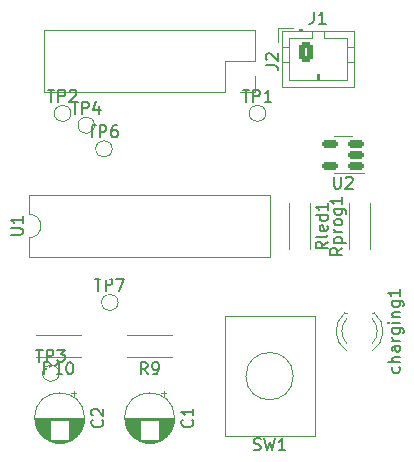
<source format=gbr>
%TF.GenerationSoftware,KiCad,Pcbnew,8.0.1*%
%TF.CreationDate,2024-03-30T16:35:56+02:00*%
%TF.ProjectId,Design PCB assignment,44657369-676e-4205-9043-422061737369,rev?*%
%TF.SameCoordinates,Original*%
%TF.FileFunction,Legend,Top*%
%TF.FilePolarity,Positive*%
%FSLAX46Y46*%
G04 Gerber Fmt 4.6, Leading zero omitted, Abs format (unit mm)*
G04 Created by KiCad (PCBNEW 8.0.1) date 2024-03-30 16:35:56*
%MOMM*%
%LPD*%
G01*
G04 APERTURE LIST*
G04 Aperture macros list*
%AMRoundRect*
0 Rectangle with rounded corners*
0 $1 Rounding radius*
0 $2 $3 $4 $5 $6 $7 $8 $9 X,Y pos of 4 corners*
0 Add a 4 corners polygon primitive as box body*
4,1,4,$2,$3,$4,$5,$6,$7,$8,$9,$2,$3,0*
0 Add four circle primitives for the rounded corners*
1,1,$1+$1,$2,$3*
1,1,$1+$1,$4,$5*
1,1,$1+$1,$6,$7*
1,1,$1+$1,$8,$9*
0 Add four rect primitives between the rounded corners*
20,1,$1+$1,$2,$3,$4,$5,0*
20,1,$1+$1,$4,$5,$6,$7,0*
20,1,$1+$1,$6,$7,$8,$9,0*
20,1,$1+$1,$8,$9,$2,$3,0*%
G04 Aperture macros list end*
%ADD10C,0.150000*%
%ADD11C,0.120000*%
%ADD12C,1.778000*%
%ADD13C,1.000000*%
%ADD14RoundRect,0.250000X-0.350000X-0.625000X0.350000X-0.625000X0.350000X0.625000X-0.350000X0.625000X0*%
%ADD15O,1.200000X1.750000*%
%ADD16C,1.400000*%
%ADD17O,1.400000X1.400000*%
%ADD18R,1.600000X1.600000*%
%ADD19O,1.600000X1.600000*%
%ADD20R,1.200000X1.200000*%
%ADD21C,1.200000*%
%ADD22R,1.700000X1.700000*%
%ADD23O,1.700000X1.700000*%
%ADD24RoundRect,0.150000X0.512500X0.150000X-0.512500X0.150000X-0.512500X-0.150000X0.512500X-0.150000X0*%
%ADD25R,1.800000X1.800000*%
%ADD26C,1.800000*%
G04 APERTURE END LIST*
D10*
X95186667Y-84957200D02*
X95329524Y-85004819D01*
X95329524Y-85004819D02*
X95567619Y-85004819D01*
X95567619Y-85004819D02*
X95662857Y-84957200D01*
X95662857Y-84957200D02*
X95710476Y-84909580D01*
X95710476Y-84909580D02*
X95758095Y-84814342D01*
X95758095Y-84814342D02*
X95758095Y-84719104D01*
X95758095Y-84719104D02*
X95710476Y-84623866D01*
X95710476Y-84623866D02*
X95662857Y-84576247D01*
X95662857Y-84576247D02*
X95567619Y-84528628D01*
X95567619Y-84528628D02*
X95377143Y-84481009D01*
X95377143Y-84481009D02*
X95281905Y-84433390D01*
X95281905Y-84433390D02*
X95234286Y-84385771D01*
X95234286Y-84385771D02*
X95186667Y-84290533D01*
X95186667Y-84290533D02*
X95186667Y-84195295D01*
X95186667Y-84195295D02*
X95234286Y-84100057D01*
X95234286Y-84100057D02*
X95281905Y-84052438D01*
X95281905Y-84052438D02*
X95377143Y-84004819D01*
X95377143Y-84004819D02*
X95615238Y-84004819D01*
X95615238Y-84004819D02*
X95758095Y-84052438D01*
X96091429Y-84004819D02*
X96329524Y-85004819D01*
X96329524Y-85004819D02*
X96520000Y-84290533D01*
X96520000Y-84290533D02*
X96710476Y-85004819D01*
X96710476Y-85004819D02*
X96948572Y-84004819D01*
X97853333Y-85004819D02*
X97281905Y-85004819D01*
X97567619Y-85004819D02*
X97567619Y-84004819D01*
X97567619Y-84004819D02*
X97472381Y-84147676D01*
X97472381Y-84147676D02*
X97377143Y-84242914D01*
X97377143Y-84242914D02*
X97281905Y-84290533D01*
X81238095Y-57506819D02*
X81809523Y-57506819D01*
X81523809Y-58506819D02*
X81523809Y-57506819D01*
X82142857Y-58506819D02*
X82142857Y-57506819D01*
X82142857Y-57506819D02*
X82523809Y-57506819D01*
X82523809Y-57506819D02*
X82619047Y-57554438D01*
X82619047Y-57554438D02*
X82666666Y-57602057D01*
X82666666Y-57602057D02*
X82714285Y-57697295D01*
X82714285Y-57697295D02*
X82714285Y-57840152D01*
X82714285Y-57840152D02*
X82666666Y-57935390D01*
X82666666Y-57935390D02*
X82619047Y-57983009D01*
X82619047Y-57983009D02*
X82523809Y-58030628D01*
X82523809Y-58030628D02*
X82142857Y-58030628D01*
X83571428Y-57506819D02*
X83380952Y-57506819D01*
X83380952Y-57506819D02*
X83285714Y-57554438D01*
X83285714Y-57554438D02*
X83238095Y-57602057D01*
X83238095Y-57602057D02*
X83142857Y-57744914D01*
X83142857Y-57744914D02*
X83095238Y-57935390D01*
X83095238Y-57935390D02*
X83095238Y-58316342D01*
X83095238Y-58316342D02*
X83142857Y-58411580D01*
X83142857Y-58411580D02*
X83190476Y-58459200D01*
X83190476Y-58459200D02*
X83285714Y-58506819D01*
X83285714Y-58506819D02*
X83476190Y-58506819D01*
X83476190Y-58506819D02*
X83571428Y-58459200D01*
X83571428Y-58459200D02*
X83619047Y-58411580D01*
X83619047Y-58411580D02*
X83666666Y-58316342D01*
X83666666Y-58316342D02*
X83666666Y-58078247D01*
X83666666Y-58078247D02*
X83619047Y-57983009D01*
X83619047Y-57983009D02*
X83571428Y-57935390D01*
X83571428Y-57935390D02*
X83476190Y-57887771D01*
X83476190Y-57887771D02*
X83285714Y-57887771D01*
X83285714Y-57887771D02*
X83190476Y-57935390D01*
X83190476Y-57935390D02*
X83142857Y-57983009D01*
X83142857Y-57983009D02*
X83095238Y-58078247D01*
X100266666Y-47894819D02*
X100266666Y-48609104D01*
X100266666Y-48609104D02*
X100219047Y-48751961D01*
X100219047Y-48751961D02*
X100123809Y-48847200D01*
X100123809Y-48847200D02*
X99980952Y-48894819D01*
X99980952Y-48894819D02*
X99885714Y-48894819D01*
X101266666Y-48894819D02*
X100695238Y-48894819D01*
X100980952Y-48894819D02*
X100980952Y-47894819D01*
X100980952Y-47894819D02*
X100885714Y-48037676D01*
X100885714Y-48037676D02*
X100790476Y-48132914D01*
X100790476Y-48132914D02*
X100695238Y-48180533D01*
X102674819Y-67873333D02*
X102198628Y-68206666D01*
X102674819Y-68444761D02*
X101674819Y-68444761D01*
X101674819Y-68444761D02*
X101674819Y-68063809D01*
X101674819Y-68063809D02*
X101722438Y-67968571D01*
X101722438Y-67968571D02*
X101770057Y-67920952D01*
X101770057Y-67920952D02*
X101865295Y-67873333D01*
X101865295Y-67873333D02*
X102008152Y-67873333D01*
X102008152Y-67873333D02*
X102103390Y-67920952D01*
X102103390Y-67920952D02*
X102151009Y-67968571D01*
X102151009Y-67968571D02*
X102198628Y-68063809D01*
X102198628Y-68063809D02*
X102198628Y-68444761D01*
X102008152Y-67444761D02*
X103008152Y-67444761D01*
X102055771Y-67444761D02*
X102008152Y-67349523D01*
X102008152Y-67349523D02*
X102008152Y-67159047D01*
X102008152Y-67159047D02*
X102055771Y-67063809D01*
X102055771Y-67063809D02*
X102103390Y-67016190D01*
X102103390Y-67016190D02*
X102198628Y-66968571D01*
X102198628Y-66968571D02*
X102484342Y-66968571D01*
X102484342Y-66968571D02*
X102579580Y-67016190D01*
X102579580Y-67016190D02*
X102627200Y-67063809D01*
X102627200Y-67063809D02*
X102674819Y-67159047D01*
X102674819Y-67159047D02*
X102674819Y-67349523D01*
X102674819Y-67349523D02*
X102627200Y-67444761D01*
X102674819Y-66539999D02*
X102008152Y-66539999D01*
X102198628Y-66539999D02*
X102103390Y-66492380D01*
X102103390Y-66492380D02*
X102055771Y-66444761D01*
X102055771Y-66444761D02*
X102008152Y-66349523D01*
X102008152Y-66349523D02*
X102008152Y-66254285D01*
X102674819Y-65778094D02*
X102627200Y-65873332D01*
X102627200Y-65873332D02*
X102579580Y-65920951D01*
X102579580Y-65920951D02*
X102484342Y-65968570D01*
X102484342Y-65968570D02*
X102198628Y-65968570D01*
X102198628Y-65968570D02*
X102103390Y-65920951D01*
X102103390Y-65920951D02*
X102055771Y-65873332D01*
X102055771Y-65873332D02*
X102008152Y-65778094D01*
X102008152Y-65778094D02*
X102008152Y-65635237D01*
X102008152Y-65635237D02*
X102055771Y-65539999D01*
X102055771Y-65539999D02*
X102103390Y-65492380D01*
X102103390Y-65492380D02*
X102198628Y-65444761D01*
X102198628Y-65444761D02*
X102484342Y-65444761D01*
X102484342Y-65444761D02*
X102579580Y-65492380D01*
X102579580Y-65492380D02*
X102627200Y-65539999D01*
X102627200Y-65539999D02*
X102674819Y-65635237D01*
X102674819Y-65635237D02*
X102674819Y-65778094D01*
X102008152Y-64587618D02*
X102817676Y-64587618D01*
X102817676Y-64587618D02*
X102912914Y-64635237D01*
X102912914Y-64635237D02*
X102960533Y-64682856D01*
X102960533Y-64682856D02*
X103008152Y-64778094D01*
X103008152Y-64778094D02*
X103008152Y-64920951D01*
X103008152Y-64920951D02*
X102960533Y-65016189D01*
X102627200Y-64587618D02*
X102674819Y-64682856D01*
X102674819Y-64682856D02*
X102674819Y-64873332D01*
X102674819Y-64873332D02*
X102627200Y-64968570D01*
X102627200Y-64968570D02*
X102579580Y-65016189D01*
X102579580Y-65016189D02*
X102484342Y-65063808D01*
X102484342Y-65063808D02*
X102198628Y-65063808D01*
X102198628Y-65063808D02*
X102103390Y-65016189D01*
X102103390Y-65016189D02*
X102055771Y-64968570D01*
X102055771Y-64968570D02*
X102008152Y-64873332D01*
X102008152Y-64873332D02*
X102008152Y-64682856D01*
X102008152Y-64682856D02*
X102055771Y-64587618D01*
X102674819Y-63587618D02*
X102674819Y-64159046D01*
X102674819Y-63873332D02*
X101674819Y-63873332D01*
X101674819Y-63873332D02*
X101817676Y-63968570D01*
X101817676Y-63968570D02*
X101912914Y-64063808D01*
X101912914Y-64063808D02*
X101960533Y-64159046D01*
X81738095Y-70506819D02*
X82309523Y-70506819D01*
X82023809Y-71506819D02*
X82023809Y-70506819D01*
X82642857Y-71506819D02*
X82642857Y-70506819D01*
X82642857Y-70506819D02*
X83023809Y-70506819D01*
X83023809Y-70506819D02*
X83119047Y-70554438D01*
X83119047Y-70554438D02*
X83166666Y-70602057D01*
X83166666Y-70602057D02*
X83214285Y-70697295D01*
X83214285Y-70697295D02*
X83214285Y-70840152D01*
X83214285Y-70840152D02*
X83166666Y-70935390D01*
X83166666Y-70935390D02*
X83119047Y-70983009D01*
X83119047Y-70983009D02*
X83023809Y-71030628D01*
X83023809Y-71030628D02*
X82642857Y-71030628D01*
X83547619Y-70506819D02*
X84214285Y-70506819D01*
X84214285Y-70506819D02*
X83785714Y-71506819D01*
X101434819Y-67349524D02*
X100958628Y-67682857D01*
X101434819Y-67920952D02*
X100434819Y-67920952D01*
X100434819Y-67920952D02*
X100434819Y-67540000D01*
X100434819Y-67540000D02*
X100482438Y-67444762D01*
X100482438Y-67444762D02*
X100530057Y-67397143D01*
X100530057Y-67397143D02*
X100625295Y-67349524D01*
X100625295Y-67349524D02*
X100768152Y-67349524D01*
X100768152Y-67349524D02*
X100863390Y-67397143D01*
X100863390Y-67397143D02*
X100911009Y-67444762D01*
X100911009Y-67444762D02*
X100958628Y-67540000D01*
X100958628Y-67540000D02*
X100958628Y-67920952D01*
X101434819Y-66778095D02*
X101387200Y-66873333D01*
X101387200Y-66873333D02*
X101291961Y-66920952D01*
X101291961Y-66920952D02*
X100434819Y-66920952D01*
X101387200Y-66016190D02*
X101434819Y-66111428D01*
X101434819Y-66111428D02*
X101434819Y-66301904D01*
X101434819Y-66301904D02*
X101387200Y-66397142D01*
X101387200Y-66397142D02*
X101291961Y-66444761D01*
X101291961Y-66444761D02*
X100911009Y-66444761D01*
X100911009Y-66444761D02*
X100815771Y-66397142D01*
X100815771Y-66397142D02*
X100768152Y-66301904D01*
X100768152Y-66301904D02*
X100768152Y-66111428D01*
X100768152Y-66111428D02*
X100815771Y-66016190D01*
X100815771Y-66016190D02*
X100911009Y-65968571D01*
X100911009Y-65968571D02*
X101006247Y-65968571D01*
X101006247Y-65968571D02*
X101101485Y-66444761D01*
X101434819Y-65111428D02*
X100434819Y-65111428D01*
X101387200Y-65111428D02*
X101434819Y-65206666D01*
X101434819Y-65206666D02*
X101434819Y-65397142D01*
X101434819Y-65397142D02*
X101387200Y-65492380D01*
X101387200Y-65492380D02*
X101339580Y-65539999D01*
X101339580Y-65539999D02*
X101244342Y-65587618D01*
X101244342Y-65587618D02*
X100958628Y-65587618D01*
X100958628Y-65587618D02*
X100863390Y-65539999D01*
X100863390Y-65539999D02*
X100815771Y-65492380D01*
X100815771Y-65492380D02*
X100768152Y-65397142D01*
X100768152Y-65397142D02*
X100768152Y-65206666D01*
X100768152Y-65206666D02*
X100815771Y-65111428D01*
X101434819Y-64111428D02*
X101434819Y-64682856D01*
X101434819Y-64397142D02*
X100434819Y-64397142D01*
X100434819Y-64397142D02*
X100577676Y-64492380D01*
X100577676Y-64492380D02*
X100672914Y-64587618D01*
X100672914Y-64587618D02*
X100720533Y-64682856D01*
X74609819Y-66791904D02*
X75419342Y-66791904D01*
X75419342Y-66791904D02*
X75514580Y-66744285D01*
X75514580Y-66744285D02*
X75562200Y-66696666D01*
X75562200Y-66696666D02*
X75609819Y-66601428D01*
X75609819Y-66601428D02*
X75609819Y-66410952D01*
X75609819Y-66410952D02*
X75562200Y-66315714D01*
X75562200Y-66315714D02*
X75514580Y-66268095D01*
X75514580Y-66268095D02*
X75419342Y-66220476D01*
X75419342Y-66220476D02*
X74609819Y-66220476D01*
X75609819Y-65220476D02*
X75609819Y-65791904D01*
X75609819Y-65506190D02*
X74609819Y-65506190D01*
X74609819Y-65506190D02*
X74752676Y-65601428D01*
X74752676Y-65601428D02*
X74847914Y-65696666D01*
X74847914Y-65696666D02*
X74895533Y-65791904D01*
X76738095Y-76506819D02*
X77309523Y-76506819D01*
X77023809Y-77506819D02*
X77023809Y-76506819D01*
X77642857Y-77506819D02*
X77642857Y-76506819D01*
X77642857Y-76506819D02*
X78023809Y-76506819D01*
X78023809Y-76506819D02*
X78119047Y-76554438D01*
X78119047Y-76554438D02*
X78166666Y-76602057D01*
X78166666Y-76602057D02*
X78214285Y-76697295D01*
X78214285Y-76697295D02*
X78214285Y-76840152D01*
X78214285Y-76840152D02*
X78166666Y-76935390D01*
X78166666Y-76935390D02*
X78119047Y-76983009D01*
X78119047Y-76983009D02*
X78023809Y-77030628D01*
X78023809Y-77030628D02*
X77642857Y-77030628D01*
X78547619Y-76506819D02*
X79166666Y-76506819D01*
X79166666Y-76506819D02*
X78833333Y-76887771D01*
X78833333Y-76887771D02*
X78976190Y-76887771D01*
X78976190Y-76887771D02*
X79071428Y-76935390D01*
X79071428Y-76935390D02*
X79119047Y-76983009D01*
X79119047Y-76983009D02*
X79166666Y-77078247D01*
X79166666Y-77078247D02*
X79166666Y-77316342D01*
X79166666Y-77316342D02*
X79119047Y-77411580D01*
X79119047Y-77411580D02*
X79071428Y-77459200D01*
X79071428Y-77459200D02*
X78976190Y-77506819D01*
X78976190Y-77506819D02*
X78690476Y-77506819D01*
X78690476Y-77506819D02*
X78595238Y-77459200D01*
X78595238Y-77459200D02*
X78547619Y-77411580D01*
X79738095Y-55506819D02*
X80309523Y-55506819D01*
X80023809Y-56506819D02*
X80023809Y-55506819D01*
X80642857Y-56506819D02*
X80642857Y-55506819D01*
X80642857Y-55506819D02*
X81023809Y-55506819D01*
X81023809Y-55506819D02*
X81119047Y-55554438D01*
X81119047Y-55554438D02*
X81166666Y-55602057D01*
X81166666Y-55602057D02*
X81214285Y-55697295D01*
X81214285Y-55697295D02*
X81214285Y-55840152D01*
X81214285Y-55840152D02*
X81166666Y-55935390D01*
X81166666Y-55935390D02*
X81119047Y-55983009D01*
X81119047Y-55983009D02*
X81023809Y-56030628D01*
X81023809Y-56030628D02*
X80642857Y-56030628D01*
X82071428Y-55840152D02*
X82071428Y-56506819D01*
X81833333Y-55459200D02*
X81595238Y-56173485D01*
X81595238Y-56173485D02*
X82214285Y-56173485D01*
X77738095Y-54506819D02*
X78309523Y-54506819D01*
X78023809Y-55506819D02*
X78023809Y-54506819D01*
X78642857Y-55506819D02*
X78642857Y-54506819D01*
X78642857Y-54506819D02*
X79023809Y-54506819D01*
X79023809Y-54506819D02*
X79119047Y-54554438D01*
X79119047Y-54554438D02*
X79166666Y-54602057D01*
X79166666Y-54602057D02*
X79214285Y-54697295D01*
X79214285Y-54697295D02*
X79214285Y-54840152D01*
X79214285Y-54840152D02*
X79166666Y-54935390D01*
X79166666Y-54935390D02*
X79119047Y-54983009D01*
X79119047Y-54983009D02*
X79023809Y-55030628D01*
X79023809Y-55030628D02*
X78642857Y-55030628D01*
X79595238Y-54602057D02*
X79642857Y-54554438D01*
X79642857Y-54554438D02*
X79738095Y-54506819D01*
X79738095Y-54506819D02*
X79976190Y-54506819D01*
X79976190Y-54506819D02*
X80071428Y-54554438D01*
X80071428Y-54554438D02*
X80119047Y-54602057D01*
X80119047Y-54602057D02*
X80166666Y-54697295D01*
X80166666Y-54697295D02*
X80166666Y-54792533D01*
X80166666Y-54792533D02*
X80119047Y-54935390D01*
X80119047Y-54935390D02*
X79547619Y-55506819D01*
X79547619Y-55506819D02*
X80166666Y-55506819D01*
X86193333Y-78574819D02*
X85860000Y-78098628D01*
X85621905Y-78574819D02*
X85621905Y-77574819D01*
X85621905Y-77574819D02*
X86002857Y-77574819D01*
X86002857Y-77574819D02*
X86098095Y-77622438D01*
X86098095Y-77622438D02*
X86145714Y-77670057D01*
X86145714Y-77670057D02*
X86193333Y-77765295D01*
X86193333Y-77765295D02*
X86193333Y-77908152D01*
X86193333Y-77908152D02*
X86145714Y-78003390D01*
X86145714Y-78003390D02*
X86098095Y-78051009D01*
X86098095Y-78051009D02*
X86002857Y-78098628D01*
X86002857Y-78098628D02*
X85621905Y-78098628D01*
X86669524Y-78574819D02*
X86860000Y-78574819D01*
X86860000Y-78574819D02*
X86955238Y-78527200D01*
X86955238Y-78527200D02*
X87002857Y-78479580D01*
X87002857Y-78479580D02*
X87098095Y-78336723D01*
X87098095Y-78336723D02*
X87145714Y-78146247D01*
X87145714Y-78146247D02*
X87145714Y-77765295D01*
X87145714Y-77765295D02*
X87098095Y-77670057D01*
X87098095Y-77670057D02*
X87050476Y-77622438D01*
X87050476Y-77622438D02*
X86955238Y-77574819D01*
X86955238Y-77574819D02*
X86764762Y-77574819D01*
X86764762Y-77574819D02*
X86669524Y-77622438D01*
X86669524Y-77622438D02*
X86621905Y-77670057D01*
X86621905Y-77670057D02*
X86574286Y-77765295D01*
X86574286Y-77765295D02*
X86574286Y-78003390D01*
X86574286Y-78003390D02*
X86621905Y-78098628D01*
X86621905Y-78098628D02*
X86669524Y-78146247D01*
X86669524Y-78146247D02*
X86764762Y-78193866D01*
X86764762Y-78193866D02*
X86955238Y-78193866D01*
X86955238Y-78193866D02*
X87050476Y-78146247D01*
X87050476Y-78146247D02*
X87098095Y-78098628D01*
X87098095Y-78098628D02*
X87145714Y-78003390D01*
X77987142Y-78574819D02*
X77653809Y-78098628D01*
X77415714Y-78574819D02*
X77415714Y-77574819D01*
X77415714Y-77574819D02*
X77796666Y-77574819D01*
X77796666Y-77574819D02*
X77891904Y-77622438D01*
X77891904Y-77622438D02*
X77939523Y-77670057D01*
X77939523Y-77670057D02*
X77987142Y-77765295D01*
X77987142Y-77765295D02*
X77987142Y-77908152D01*
X77987142Y-77908152D02*
X77939523Y-78003390D01*
X77939523Y-78003390D02*
X77891904Y-78051009D01*
X77891904Y-78051009D02*
X77796666Y-78098628D01*
X77796666Y-78098628D02*
X77415714Y-78098628D01*
X78939523Y-78574819D02*
X78368095Y-78574819D01*
X78653809Y-78574819D02*
X78653809Y-77574819D01*
X78653809Y-77574819D02*
X78558571Y-77717676D01*
X78558571Y-77717676D02*
X78463333Y-77812914D01*
X78463333Y-77812914D02*
X78368095Y-77860533D01*
X79558571Y-77574819D02*
X79653809Y-77574819D01*
X79653809Y-77574819D02*
X79749047Y-77622438D01*
X79749047Y-77622438D02*
X79796666Y-77670057D01*
X79796666Y-77670057D02*
X79844285Y-77765295D01*
X79844285Y-77765295D02*
X79891904Y-77955771D01*
X79891904Y-77955771D02*
X79891904Y-78193866D01*
X79891904Y-78193866D02*
X79844285Y-78384342D01*
X79844285Y-78384342D02*
X79796666Y-78479580D01*
X79796666Y-78479580D02*
X79749047Y-78527200D01*
X79749047Y-78527200D02*
X79653809Y-78574819D01*
X79653809Y-78574819D02*
X79558571Y-78574819D01*
X79558571Y-78574819D02*
X79463333Y-78527200D01*
X79463333Y-78527200D02*
X79415714Y-78479580D01*
X79415714Y-78479580D02*
X79368095Y-78384342D01*
X79368095Y-78384342D02*
X79320476Y-78193866D01*
X79320476Y-78193866D02*
X79320476Y-77955771D01*
X79320476Y-77955771D02*
X79368095Y-77765295D01*
X79368095Y-77765295D02*
X79415714Y-77670057D01*
X79415714Y-77670057D02*
X79463333Y-77622438D01*
X79463333Y-77622438D02*
X79558571Y-77574819D01*
X82349580Y-82446666D02*
X82397200Y-82494285D01*
X82397200Y-82494285D02*
X82444819Y-82637142D01*
X82444819Y-82637142D02*
X82444819Y-82732380D01*
X82444819Y-82732380D02*
X82397200Y-82875237D01*
X82397200Y-82875237D02*
X82301961Y-82970475D01*
X82301961Y-82970475D02*
X82206723Y-83018094D01*
X82206723Y-83018094D02*
X82016247Y-83065713D01*
X82016247Y-83065713D02*
X81873390Y-83065713D01*
X81873390Y-83065713D02*
X81682914Y-83018094D01*
X81682914Y-83018094D02*
X81587676Y-82970475D01*
X81587676Y-82970475D02*
X81492438Y-82875237D01*
X81492438Y-82875237D02*
X81444819Y-82732380D01*
X81444819Y-82732380D02*
X81444819Y-82637142D01*
X81444819Y-82637142D02*
X81492438Y-82494285D01*
X81492438Y-82494285D02*
X81540057Y-82446666D01*
X81540057Y-82065713D02*
X81492438Y-82018094D01*
X81492438Y-82018094D02*
X81444819Y-81922856D01*
X81444819Y-81922856D02*
X81444819Y-81684761D01*
X81444819Y-81684761D02*
X81492438Y-81589523D01*
X81492438Y-81589523D02*
X81540057Y-81541904D01*
X81540057Y-81541904D02*
X81635295Y-81494285D01*
X81635295Y-81494285D02*
X81730533Y-81494285D01*
X81730533Y-81494285D02*
X81873390Y-81541904D01*
X81873390Y-81541904D02*
X82444819Y-82113332D01*
X82444819Y-82113332D02*
X82444819Y-81494285D01*
X96204819Y-52403333D02*
X96919104Y-52403333D01*
X96919104Y-52403333D02*
X97061961Y-52450952D01*
X97061961Y-52450952D02*
X97157200Y-52546190D01*
X97157200Y-52546190D02*
X97204819Y-52689047D01*
X97204819Y-52689047D02*
X97204819Y-52784285D01*
X96300057Y-51974761D02*
X96252438Y-51927142D01*
X96252438Y-51927142D02*
X96204819Y-51831904D01*
X96204819Y-51831904D02*
X96204819Y-51593809D01*
X96204819Y-51593809D02*
X96252438Y-51498571D01*
X96252438Y-51498571D02*
X96300057Y-51450952D01*
X96300057Y-51450952D02*
X96395295Y-51403333D01*
X96395295Y-51403333D02*
X96490533Y-51403333D01*
X96490533Y-51403333D02*
X96633390Y-51450952D01*
X96633390Y-51450952D02*
X97204819Y-52022380D01*
X97204819Y-52022380D02*
X97204819Y-51403333D01*
X101975595Y-61864819D02*
X101975595Y-62674342D01*
X101975595Y-62674342D02*
X102023214Y-62769580D01*
X102023214Y-62769580D02*
X102070833Y-62817200D01*
X102070833Y-62817200D02*
X102166071Y-62864819D01*
X102166071Y-62864819D02*
X102356547Y-62864819D01*
X102356547Y-62864819D02*
X102451785Y-62817200D01*
X102451785Y-62817200D02*
X102499404Y-62769580D01*
X102499404Y-62769580D02*
X102547023Y-62674342D01*
X102547023Y-62674342D02*
X102547023Y-61864819D01*
X102975595Y-61960057D02*
X103023214Y-61912438D01*
X103023214Y-61912438D02*
X103118452Y-61864819D01*
X103118452Y-61864819D02*
X103356547Y-61864819D01*
X103356547Y-61864819D02*
X103451785Y-61912438D01*
X103451785Y-61912438D02*
X103499404Y-61960057D01*
X103499404Y-61960057D02*
X103547023Y-62055295D01*
X103547023Y-62055295D02*
X103547023Y-62150533D01*
X103547023Y-62150533D02*
X103499404Y-62293390D01*
X103499404Y-62293390D02*
X102927976Y-62864819D01*
X102927976Y-62864819D02*
X103547023Y-62864819D01*
X94238095Y-54506819D02*
X94809523Y-54506819D01*
X94523809Y-55506819D02*
X94523809Y-54506819D01*
X95142857Y-55506819D02*
X95142857Y-54506819D01*
X95142857Y-54506819D02*
X95523809Y-54506819D01*
X95523809Y-54506819D02*
X95619047Y-54554438D01*
X95619047Y-54554438D02*
X95666666Y-54602057D01*
X95666666Y-54602057D02*
X95714285Y-54697295D01*
X95714285Y-54697295D02*
X95714285Y-54840152D01*
X95714285Y-54840152D02*
X95666666Y-54935390D01*
X95666666Y-54935390D02*
X95619047Y-54983009D01*
X95619047Y-54983009D02*
X95523809Y-55030628D01*
X95523809Y-55030628D02*
X95142857Y-55030628D01*
X96666666Y-55506819D02*
X96095238Y-55506819D01*
X96380952Y-55506819D02*
X96380952Y-54506819D01*
X96380952Y-54506819D02*
X96285714Y-54649676D01*
X96285714Y-54649676D02*
X96190476Y-54744914D01*
X96190476Y-54744914D02*
X96095238Y-54792533D01*
X89969580Y-82446666D02*
X90017200Y-82494285D01*
X90017200Y-82494285D02*
X90064819Y-82637142D01*
X90064819Y-82637142D02*
X90064819Y-82732380D01*
X90064819Y-82732380D02*
X90017200Y-82875237D01*
X90017200Y-82875237D02*
X89921961Y-82970475D01*
X89921961Y-82970475D02*
X89826723Y-83018094D01*
X89826723Y-83018094D02*
X89636247Y-83065713D01*
X89636247Y-83065713D02*
X89493390Y-83065713D01*
X89493390Y-83065713D02*
X89302914Y-83018094D01*
X89302914Y-83018094D02*
X89207676Y-82970475D01*
X89207676Y-82970475D02*
X89112438Y-82875237D01*
X89112438Y-82875237D02*
X89064819Y-82732380D01*
X89064819Y-82732380D02*
X89064819Y-82637142D01*
X89064819Y-82637142D02*
X89112438Y-82494285D01*
X89112438Y-82494285D02*
X89160057Y-82446666D01*
X90064819Y-81494285D02*
X90064819Y-82065713D01*
X90064819Y-81779999D02*
X89064819Y-81779999D01*
X89064819Y-81779999D02*
X89207676Y-81875237D01*
X89207676Y-81875237D02*
X89302914Y-81970475D01*
X89302914Y-81970475D02*
X89350533Y-82065713D01*
X107507200Y-77977619D02*
X107554819Y-78072857D01*
X107554819Y-78072857D02*
X107554819Y-78263333D01*
X107554819Y-78263333D02*
X107507200Y-78358571D01*
X107507200Y-78358571D02*
X107459580Y-78406190D01*
X107459580Y-78406190D02*
X107364342Y-78453809D01*
X107364342Y-78453809D02*
X107078628Y-78453809D01*
X107078628Y-78453809D02*
X106983390Y-78406190D01*
X106983390Y-78406190D02*
X106935771Y-78358571D01*
X106935771Y-78358571D02*
X106888152Y-78263333D01*
X106888152Y-78263333D02*
X106888152Y-78072857D01*
X106888152Y-78072857D02*
X106935771Y-77977619D01*
X107554819Y-77549047D02*
X106554819Y-77549047D01*
X107554819Y-77120476D02*
X107031009Y-77120476D01*
X107031009Y-77120476D02*
X106935771Y-77168095D01*
X106935771Y-77168095D02*
X106888152Y-77263333D01*
X106888152Y-77263333D02*
X106888152Y-77406190D01*
X106888152Y-77406190D02*
X106935771Y-77501428D01*
X106935771Y-77501428D02*
X106983390Y-77549047D01*
X107554819Y-76215714D02*
X107031009Y-76215714D01*
X107031009Y-76215714D02*
X106935771Y-76263333D01*
X106935771Y-76263333D02*
X106888152Y-76358571D01*
X106888152Y-76358571D02*
X106888152Y-76549047D01*
X106888152Y-76549047D02*
X106935771Y-76644285D01*
X107507200Y-76215714D02*
X107554819Y-76310952D01*
X107554819Y-76310952D02*
X107554819Y-76549047D01*
X107554819Y-76549047D02*
X107507200Y-76644285D01*
X107507200Y-76644285D02*
X107411961Y-76691904D01*
X107411961Y-76691904D02*
X107316723Y-76691904D01*
X107316723Y-76691904D02*
X107221485Y-76644285D01*
X107221485Y-76644285D02*
X107173866Y-76549047D01*
X107173866Y-76549047D02*
X107173866Y-76310952D01*
X107173866Y-76310952D02*
X107126247Y-76215714D01*
X107554819Y-75739523D02*
X106888152Y-75739523D01*
X107078628Y-75739523D02*
X106983390Y-75691904D01*
X106983390Y-75691904D02*
X106935771Y-75644285D01*
X106935771Y-75644285D02*
X106888152Y-75549047D01*
X106888152Y-75549047D02*
X106888152Y-75453809D01*
X106888152Y-74691904D02*
X107697676Y-74691904D01*
X107697676Y-74691904D02*
X107792914Y-74739523D01*
X107792914Y-74739523D02*
X107840533Y-74787142D01*
X107840533Y-74787142D02*
X107888152Y-74882380D01*
X107888152Y-74882380D02*
X107888152Y-75025237D01*
X107888152Y-75025237D02*
X107840533Y-75120475D01*
X107507200Y-74691904D02*
X107554819Y-74787142D01*
X107554819Y-74787142D02*
X107554819Y-74977618D01*
X107554819Y-74977618D02*
X107507200Y-75072856D01*
X107507200Y-75072856D02*
X107459580Y-75120475D01*
X107459580Y-75120475D02*
X107364342Y-75168094D01*
X107364342Y-75168094D02*
X107078628Y-75168094D01*
X107078628Y-75168094D02*
X106983390Y-75120475D01*
X106983390Y-75120475D02*
X106935771Y-75072856D01*
X106935771Y-75072856D02*
X106888152Y-74977618D01*
X106888152Y-74977618D02*
X106888152Y-74787142D01*
X106888152Y-74787142D02*
X106935771Y-74691904D01*
X107554819Y-74215713D02*
X106888152Y-74215713D01*
X106554819Y-74215713D02*
X106602438Y-74263332D01*
X106602438Y-74263332D02*
X106650057Y-74215713D01*
X106650057Y-74215713D02*
X106602438Y-74168094D01*
X106602438Y-74168094D02*
X106554819Y-74215713D01*
X106554819Y-74215713D02*
X106650057Y-74215713D01*
X106888152Y-73739523D02*
X107554819Y-73739523D01*
X106983390Y-73739523D02*
X106935771Y-73691904D01*
X106935771Y-73691904D02*
X106888152Y-73596666D01*
X106888152Y-73596666D02*
X106888152Y-73453809D01*
X106888152Y-73453809D02*
X106935771Y-73358571D01*
X106935771Y-73358571D02*
X107031009Y-73310952D01*
X107031009Y-73310952D02*
X107554819Y-73310952D01*
X106888152Y-72406190D02*
X107697676Y-72406190D01*
X107697676Y-72406190D02*
X107792914Y-72453809D01*
X107792914Y-72453809D02*
X107840533Y-72501428D01*
X107840533Y-72501428D02*
X107888152Y-72596666D01*
X107888152Y-72596666D02*
X107888152Y-72739523D01*
X107888152Y-72739523D02*
X107840533Y-72834761D01*
X107507200Y-72406190D02*
X107554819Y-72501428D01*
X107554819Y-72501428D02*
X107554819Y-72691904D01*
X107554819Y-72691904D02*
X107507200Y-72787142D01*
X107507200Y-72787142D02*
X107459580Y-72834761D01*
X107459580Y-72834761D02*
X107364342Y-72882380D01*
X107364342Y-72882380D02*
X107078628Y-72882380D01*
X107078628Y-72882380D02*
X106983390Y-72834761D01*
X106983390Y-72834761D02*
X106935771Y-72787142D01*
X106935771Y-72787142D02*
X106888152Y-72691904D01*
X106888152Y-72691904D02*
X106888152Y-72501428D01*
X106888152Y-72501428D02*
X106935771Y-72406190D01*
X107554819Y-71406190D02*
X107554819Y-71977618D01*
X107554819Y-71691904D02*
X106554819Y-71691904D01*
X106554819Y-71691904D02*
X106697676Y-71787142D01*
X106697676Y-71787142D02*
X106792914Y-71882380D01*
X106792914Y-71882380D02*
X106840533Y-71977618D01*
D11*
%TO.C,SW1*%
X92710000Y-73660000D02*
X92710000Y-83820000D01*
X100330000Y-73660000D02*
X92710000Y-73660000D01*
X100330000Y-83820000D02*
X92710000Y-83820000D01*
X100330000Y-83820000D02*
X100330000Y-73660000D01*
X98520000Y-78740000D02*
G75*
G02*
X94520000Y-78740000I-2000000J0D01*
G01*
X94520000Y-78740000D02*
G75*
G02*
X98520000Y-78740000I2000000J0D01*
G01*
%TO.C,TP6*%
X83200000Y-59500000D02*
G75*
G02*
X81800000Y-59500000I-700000J0D01*
G01*
X81800000Y-59500000D02*
G75*
G02*
X83200000Y-59500000I700000J0D01*
G01*
%TO.C,J1*%
X97240000Y-49230000D02*
X97240000Y-50480000D01*
X97540000Y-49530000D02*
X97540000Y-54250000D01*
X97540000Y-50840000D02*
X98150000Y-50840000D01*
X97540000Y-52140000D02*
X98150000Y-52140000D01*
X97540000Y-54250000D02*
X103660000Y-54250000D01*
X98150000Y-50140000D02*
X98150000Y-53640000D01*
X98150000Y-53640000D02*
X103050000Y-53640000D01*
X98490000Y-49230000D02*
X97240000Y-49230000D01*
X99000000Y-49330000D02*
X99000000Y-49530000D01*
X99300000Y-49330000D02*
X99000000Y-49330000D01*
X99300000Y-49430000D02*
X99000000Y-49430000D01*
X99300000Y-49530000D02*
X99300000Y-49330000D01*
X100100000Y-49530000D02*
X100100000Y-50140000D01*
X100100000Y-50140000D02*
X98150000Y-50140000D01*
X100500000Y-53140000D02*
X100700000Y-53140000D01*
X100500000Y-53640000D02*
X100500000Y-53140000D01*
X100600000Y-53640000D02*
X100600000Y-53140000D01*
X100700000Y-53140000D02*
X100700000Y-53640000D01*
X101100000Y-50140000D02*
X101100000Y-49530000D01*
X103050000Y-50140000D02*
X101100000Y-50140000D01*
X103050000Y-53640000D02*
X103050000Y-50140000D01*
X103660000Y-49530000D02*
X97540000Y-49530000D01*
X103660000Y-50840000D02*
X103050000Y-50840000D01*
X103660000Y-52140000D02*
X103050000Y-52140000D01*
X103660000Y-54250000D02*
X103660000Y-49530000D01*
%TO.C,Rprog1*%
X103220000Y-67960000D02*
X103220000Y-64120000D01*
X105060000Y-67960000D02*
X105060000Y-64120000D01*
%TO.C,TP7*%
X83700000Y-72500000D02*
G75*
G02*
X82300000Y-72500000I-700000J0D01*
G01*
X82300000Y-72500000D02*
G75*
G02*
X83700000Y-72500000I700000J0D01*
G01*
%TO.C,Rled1*%
X98140000Y-64120000D02*
X98140000Y-67960000D01*
X99980000Y-64120000D02*
X99980000Y-67960000D01*
%TO.C,U1*%
X76155000Y-63380000D02*
X76155000Y-65030000D01*
X76155000Y-67030000D02*
X76155000Y-68680000D01*
X76155000Y-68680000D02*
X96595000Y-68680000D01*
X96595000Y-63380000D02*
X76155000Y-63380000D01*
X96595000Y-68680000D02*
X96595000Y-63380000D01*
X76155000Y-65030000D02*
G75*
G02*
X76155000Y-67030000I0J-1000000D01*
G01*
%TO.C,TP3*%
X78700000Y-78500000D02*
G75*
G02*
X77300000Y-78500000I-700000J0D01*
G01*
X77300000Y-78500000D02*
G75*
G02*
X78700000Y-78500000I700000J0D01*
G01*
%TO.C,TP4*%
X81700000Y-57500000D02*
G75*
G02*
X80300000Y-57500000I-700000J0D01*
G01*
X80300000Y-57500000D02*
G75*
G02*
X81700000Y-57500000I700000J0D01*
G01*
%TO.C,TP2*%
X79700000Y-56500000D02*
G75*
G02*
X78300000Y-56500000I-700000J0D01*
G01*
X78300000Y-56500000D02*
G75*
G02*
X79700000Y-56500000I700000J0D01*
G01*
%TO.C,R9*%
X88280000Y-75280000D02*
X84440000Y-75280000D01*
X88280000Y-77120000D02*
X84440000Y-77120000D01*
%TO.C,R10*%
X80550000Y-75280000D02*
X76710000Y-75280000D01*
X80550000Y-77120000D02*
X76710000Y-77120000D01*
%TO.C,C2*%
X77900000Y-82480000D02*
X76669000Y-82480000D01*
X77900000Y-82520000D02*
X76673000Y-82520000D01*
X77900000Y-82560000D02*
X76678000Y-82560000D01*
X77900000Y-82600000D02*
X76684000Y-82600000D01*
X77900000Y-82640000D02*
X76690000Y-82640000D01*
X77900000Y-82680000D02*
X76698000Y-82680000D01*
X77900000Y-82720000D02*
X76706000Y-82720000D01*
X77900000Y-82760000D02*
X76715000Y-82760000D01*
X77900000Y-82800000D02*
X76724000Y-82800000D01*
X77900000Y-82840000D02*
X76735000Y-82840000D01*
X77900000Y-82880000D02*
X76746000Y-82880000D01*
X77900000Y-82920000D02*
X76758000Y-82920000D01*
X77900000Y-82960000D02*
X76772000Y-82960000D01*
X77900000Y-83001000D02*
X76786000Y-83001000D01*
X77900000Y-83041000D02*
X76800000Y-83041000D01*
X77900000Y-83081000D02*
X76816000Y-83081000D01*
X77900000Y-83121000D02*
X76833000Y-83121000D01*
X77900000Y-83161000D02*
X76851000Y-83161000D01*
X77900000Y-83201000D02*
X76870000Y-83201000D01*
X77900000Y-83241000D02*
X76889000Y-83241000D01*
X77900000Y-83281000D02*
X76910000Y-83281000D01*
X77900000Y-83321000D02*
X76932000Y-83321000D01*
X77900000Y-83361000D02*
X76955000Y-83361000D01*
X77900000Y-83401000D02*
X76980000Y-83401000D01*
X77900000Y-83441000D02*
X77005000Y-83441000D01*
X77900000Y-83481000D02*
X77032000Y-83481000D01*
X77900000Y-83521000D02*
X77060000Y-83521000D01*
X77900000Y-83561000D02*
X77090000Y-83561000D01*
X77900000Y-83601000D02*
X77121000Y-83601000D01*
X77900000Y-83641000D02*
X77153000Y-83641000D01*
X77900000Y-83681000D02*
X77188000Y-83681000D01*
X77900000Y-83721000D02*
X77224000Y-83721000D01*
X77900000Y-83761000D02*
X77262000Y-83761000D01*
X77900000Y-83801000D02*
X77302000Y-83801000D01*
X77900000Y-83841000D02*
X77344000Y-83841000D01*
X77900000Y-83881000D02*
X77389000Y-83881000D01*
X77900000Y-83921000D02*
X77436000Y-83921000D01*
X77900000Y-83961000D02*
X77486000Y-83961000D01*
X77900000Y-84001000D02*
X77540000Y-84001000D01*
X77900000Y-84041000D02*
X77598000Y-84041000D01*
X77900000Y-84081000D02*
X77660000Y-84081000D01*
X79110000Y-84361000D02*
X78370000Y-84361000D01*
X79277000Y-84321000D02*
X78203000Y-84321000D01*
X79404000Y-84281000D02*
X78076000Y-84281000D01*
X79508000Y-84241000D02*
X77972000Y-84241000D01*
X79599000Y-84201000D02*
X77881000Y-84201000D01*
X79680000Y-84161000D02*
X77800000Y-84161000D01*
X79753000Y-84121000D02*
X77727000Y-84121000D01*
X79820000Y-84081000D02*
X79580000Y-84081000D01*
X79882000Y-84041000D02*
X79580000Y-84041000D01*
X79935000Y-80010199D02*
X79935000Y-80410199D01*
X79940000Y-84001000D02*
X79580000Y-84001000D01*
X79994000Y-83961000D02*
X79580000Y-83961000D01*
X80044000Y-83921000D02*
X79580000Y-83921000D01*
X80091000Y-83881000D02*
X79580000Y-83881000D01*
X80135000Y-80210199D02*
X79735000Y-80210199D01*
X80136000Y-83841000D02*
X79580000Y-83841000D01*
X80178000Y-83801000D02*
X79580000Y-83801000D01*
X80218000Y-83761000D02*
X79580000Y-83761000D01*
X80256000Y-83721000D02*
X79580000Y-83721000D01*
X80292000Y-83681000D02*
X79580000Y-83681000D01*
X80327000Y-83641000D02*
X79580000Y-83641000D01*
X80359000Y-83601000D02*
X79580000Y-83601000D01*
X80390000Y-83561000D02*
X79580000Y-83561000D01*
X80420000Y-83521000D02*
X79580000Y-83521000D01*
X80448000Y-83481000D02*
X79580000Y-83481000D01*
X80475000Y-83441000D02*
X79580000Y-83441000D01*
X80500000Y-83401000D02*
X79580000Y-83401000D01*
X80525000Y-83361000D02*
X79580000Y-83361000D01*
X80548000Y-83321000D02*
X79580000Y-83321000D01*
X80570000Y-83281000D02*
X79580000Y-83281000D01*
X80591000Y-83241000D02*
X79580000Y-83241000D01*
X80610000Y-83201000D02*
X79580000Y-83201000D01*
X80629000Y-83161000D02*
X79580000Y-83161000D01*
X80647000Y-83121000D02*
X79580000Y-83121000D01*
X80664000Y-83081000D02*
X79580000Y-83081000D01*
X80680000Y-83041000D02*
X79580000Y-83041000D01*
X80694000Y-83001000D02*
X79580000Y-83001000D01*
X80708000Y-82960000D02*
X79580000Y-82960000D01*
X80722000Y-82920000D02*
X79580000Y-82920000D01*
X80734000Y-82880000D02*
X79580000Y-82880000D01*
X80745000Y-82840000D02*
X79580000Y-82840000D01*
X80756000Y-82800000D02*
X79580000Y-82800000D01*
X80765000Y-82760000D02*
X79580000Y-82760000D01*
X80774000Y-82720000D02*
X79580000Y-82720000D01*
X80782000Y-82680000D02*
X79580000Y-82680000D01*
X80790000Y-82640000D02*
X79580000Y-82640000D01*
X80796000Y-82600000D02*
X79580000Y-82600000D01*
X80802000Y-82560000D02*
X79580000Y-82560000D01*
X80807000Y-82520000D02*
X79580000Y-82520000D01*
X80811000Y-82480000D02*
X79580000Y-82480000D01*
X80814000Y-82440000D02*
X76666000Y-82440000D01*
X80817000Y-82400000D02*
X76663000Y-82400000D01*
X80819000Y-82360000D02*
X76661000Y-82360000D01*
X80820000Y-82280000D02*
X76660000Y-82280000D01*
X80820000Y-82320000D02*
X76660000Y-82320000D01*
X80860000Y-82280000D02*
G75*
G02*
X76620000Y-82280000I-2120000J0D01*
G01*
X76620000Y-82280000D02*
G75*
G02*
X80860000Y-82280000I2120000J0D01*
G01*
%TO.C,J2*%
X77410000Y-49470000D02*
X77410000Y-54670000D01*
X92710000Y-52070000D02*
X92710000Y-54670000D01*
X92710000Y-54670000D02*
X77410000Y-54670000D01*
X95310000Y-49470000D02*
X77410000Y-49470000D01*
X95310000Y-49470000D02*
X95310000Y-52070000D01*
X95310000Y-52070000D02*
X92710000Y-52070000D01*
X95310000Y-53340000D02*
X95310000Y-54670000D01*
X95310000Y-54670000D02*
X93980000Y-54670000D01*
%TO.C,U2*%
X102737500Y-58450000D02*
X101937500Y-58450000D01*
X102737500Y-58450000D02*
X103537500Y-58450000D01*
X102737500Y-61570000D02*
X101937500Y-61570000D01*
X102737500Y-61570000D02*
X104537500Y-61570000D01*
%TO.C,TP1*%
X96200000Y-56500000D02*
G75*
G02*
X94800000Y-56500000I-700000J0D01*
G01*
X94800000Y-56500000D02*
G75*
G02*
X96200000Y-56500000I700000J0D01*
G01*
%TO.C,C1*%
X85520000Y-82480000D02*
X84289000Y-82480000D01*
X85520000Y-82520000D02*
X84293000Y-82520000D01*
X85520000Y-82560000D02*
X84298000Y-82560000D01*
X85520000Y-82600000D02*
X84304000Y-82600000D01*
X85520000Y-82640000D02*
X84310000Y-82640000D01*
X85520000Y-82680000D02*
X84318000Y-82680000D01*
X85520000Y-82720000D02*
X84326000Y-82720000D01*
X85520000Y-82760000D02*
X84335000Y-82760000D01*
X85520000Y-82800000D02*
X84344000Y-82800000D01*
X85520000Y-82840000D02*
X84355000Y-82840000D01*
X85520000Y-82880000D02*
X84366000Y-82880000D01*
X85520000Y-82920000D02*
X84378000Y-82920000D01*
X85520000Y-82960000D02*
X84392000Y-82960000D01*
X85520000Y-83001000D02*
X84406000Y-83001000D01*
X85520000Y-83041000D02*
X84420000Y-83041000D01*
X85520000Y-83081000D02*
X84436000Y-83081000D01*
X85520000Y-83121000D02*
X84453000Y-83121000D01*
X85520000Y-83161000D02*
X84471000Y-83161000D01*
X85520000Y-83201000D02*
X84490000Y-83201000D01*
X85520000Y-83241000D02*
X84509000Y-83241000D01*
X85520000Y-83281000D02*
X84530000Y-83281000D01*
X85520000Y-83321000D02*
X84552000Y-83321000D01*
X85520000Y-83361000D02*
X84575000Y-83361000D01*
X85520000Y-83401000D02*
X84600000Y-83401000D01*
X85520000Y-83441000D02*
X84625000Y-83441000D01*
X85520000Y-83481000D02*
X84652000Y-83481000D01*
X85520000Y-83521000D02*
X84680000Y-83521000D01*
X85520000Y-83561000D02*
X84710000Y-83561000D01*
X85520000Y-83601000D02*
X84741000Y-83601000D01*
X85520000Y-83641000D02*
X84773000Y-83641000D01*
X85520000Y-83681000D02*
X84808000Y-83681000D01*
X85520000Y-83721000D02*
X84844000Y-83721000D01*
X85520000Y-83761000D02*
X84882000Y-83761000D01*
X85520000Y-83801000D02*
X84922000Y-83801000D01*
X85520000Y-83841000D02*
X84964000Y-83841000D01*
X85520000Y-83881000D02*
X85009000Y-83881000D01*
X85520000Y-83921000D02*
X85056000Y-83921000D01*
X85520000Y-83961000D02*
X85106000Y-83961000D01*
X85520000Y-84001000D02*
X85160000Y-84001000D01*
X85520000Y-84041000D02*
X85218000Y-84041000D01*
X85520000Y-84081000D02*
X85280000Y-84081000D01*
X86730000Y-84361000D02*
X85990000Y-84361000D01*
X86897000Y-84321000D02*
X85823000Y-84321000D01*
X87024000Y-84281000D02*
X85696000Y-84281000D01*
X87128000Y-84241000D02*
X85592000Y-84241000D01*
X87219000Y-84201000D02*
X85501000Y-84201000D01*
X87300000Y-84161000D02*
X85420000Y-84161000D01*
X87373000Y-84121000D02*
X85347000Y-84121000D01*
X87440000Y-84081000D02*
X87200000Y-84081000D01*
X87502000Y-84041000D02*
X87200000Y-84041000D01*
X87555000Y-80010199D02*
X87555000Y-80410199D01*
X87560000Y-84001000D02*
X87200000Y-84001000D01*
X87614000Y-83961000D02*
X87200000Y-83961000D01*
X87664000Y-83921000D02*
X87200000Y-83921000D01*
X87711000Y-83881000D02*
X87200000Y-83881000D01*
X87755000Y-80210199D02*
X87355000Y-80210199D01*
X87756000Y-83841000D02*
X87200000Y-83841000D01*
X87798000Y-83801000D02*
X87200000Y-83801000D01*
X87838000Y-83761000D02*
X87200000Y-83761000D01*
X87876000Y-83721000D02*
X87200000Y-83721000D01*
X87912000Y-83681000D02*
X87200000Y-83681000D01*
X87947000Y-83641000D02*
X87200000Y-83641000D01*
X87979000Y-83601000D02*
X87200000Y-83601000D01*
X88010000Y-83561000D02*
X87200000Y-83561000D01*
X88040000Y-83521000D02*
X87200000Y-83521000D01*
X88068000Y-83481000D02*
X87200000Y-83481000D01*
X88095000Y-83441000D02*
X87200000Y-83441000D01*
X88120000Y-83401000D02*
X87200000Y-83401000D01*
X88145000Y-83361000D02*
X87200000Y-83361000D01*
X88168000Y-83321000D02*
X87200000Y-83321000D01*
X88190000Y-83281000D02*
X87200000Y-83281000D01*
X88211000Y-83241000D02*
X87200000Y-83241000D01*
X88230000Y-83201000D02*
X87200000Y-83201000D01*
X88249000Y-83161000D02*
X87200000Y-83161000D01*
X88267000Y-83121000D02*
X87200000Y-83121000D01*
X88284000Y-83081000D02*
X87200000Y-83081000D01*
X88300000Y-83041000D02*
X87200000Y-83041000D01*
X88314000Y-83001000D02*
X87200000Y-83001000D01*
X88328000Y-82960000D02*
X87200000Y-82960000D01*
X88342000Y-82920000D02*
X87200000Y-82920000D01*
X88354000Y-82880000D02*
X87200000Y-82880000D01*
X88365000Y-82840000D02*
X87200000Y-82840000D01*
X88376000Y-82800000D02*
X87200000Y-82800000D01*
X88385000Y-82760000D02*
X87200000Y-82760000D01*
X88394000Y-82720000D02*
X87200000Y-82720000D01*
X88402000Y-82680000D02*
X87200000Y-82680000D01*
X88410000Y-82640000D02*
X87200000Y-82640000D01*
X88416000Y-82600000D02*
X87200000Y-82600000D01*
X88422000Y-82560000D02*
X87200000Y-82560000D01*
X88427000Y-82520000D02*
X87200000Y-82520000D01*
X88431000Y-82480000D02*
X87200000Y-82480000D01*
X88434000Y-82440000D02*
X84286000Y-82440000D01*
X88437000Y-82400000D02*
X84283000Y-82400000D01*
X88439000Y-82360000D02*
X84281000Y-82360000D01*
X88440000Y-82280000D02*
X84280000Y-82280000D01*
X88440000Y-82320000D02*
X84280000Y-82320000D01*
X88480000Y-82280000D02*
G75*
G02*
X84240000Y-82280000I-2120000J0D01*
G01*
X84240000Y-82280000D02*
G75*
G02*
X88480000Y-82280000I2120000J0D01*
G01*
%TO.C,charging1*%
X103060000Y-73370000D02*
X102904000Y-73370000D01*
X105376000Y-73370000D02*
X105220000Y-73370000D01*
X103060164Y-75971129D02*
G75*
G02*
X103060001Y-73889040I1079836J1041129D01*
G01*
X103061392Y-76602334D02*
G75*
G02*
X102904485Y-73370001I1078608J1672334D01*
G01*
X105219999Y-73889040D02*
G75*
G02*
X105219836Y-75971129I-1079999J-1040960D01*
G01*
X105375515Y-73370001D02*
G75*
G02*
X105218608Y-76602334I-1235515J-1559999D01*
G01*
%TD*%
%LPC*%
D12*
%TO.C,SW1*%
X99060000Y-82550000D03*
X93980000Y-82550000D03*
X93980000Y-74930000D03*
X96520000Y-74930000D03*
X99060000Y-74930000D03*
%TD*%
D13*
%TO.C,TP6*%
X82500000Y-59500000D03*
%TD*%
D14*
%TO.C,J1*%
X99600000Y-51340000D03*
D15*
X101600000Y-51340000D03*
%TD*%
D16*
%TO.C,Rprog1*%
X104140000Y-68580000D03*
D17*
X104140000Y-63500000D03*
%TD*%
D13*
%TO.C,TP7*%
X83000000Y-72500000D03*
%TD*%
D16*
%TO.C,Rled1*%
X99060000Y-63500000D03*
D17*
X99060000Y-68580000D03*
%TD*%
D18*
%TO.C,U1*%
X77485000Y-69840000D03*
D19*
X80025000Y-69840000D03*
X82565000Y-69840000D03*
X85105000Y-69840000D03*
X87645000Y-69840000D03*
X90185000Y-69840000D03*
X92725000Y-69840000D03*
X95265000Y-69840000D03*
X95265000Y-62220000D03*
X92725000Y-62220000D03*
X90185000Y-62220000D03*
X87645000Y-62220000D03*
X85105000Y-62220000D03*
X82565000Y-62220000D03*
X80025000Y-62220000D03*
X77485000Y-62220000D03*
%TD*%
D13*
%TO.C,TP3*%
X78000000Y-78500000D03*
%TD*%
%TO.C,TP4*%
X81000000Y-57500000D03*
%TD*%
%TO.C,TP2*%
X79000000Y-56500000D03*
%TD*%
D16*
%TO.C,R9*%
X88900000Y-76200000D03*
D17*
X83820000Y-76200000D03*
%TD*%
D16*
%TO.C,R10*%
X81170000Y-76200000D03*
D17*
X76090000Y-76200000D03*
%TD*%
D20*
%TO.C,C2*%
X78740000Y-81280000D03*
D21*
X78740000Y-83280000D03*
%TD*%
D22*
%TO.C,J2*%
X93980000Y-53340000D03*
D23*
X93980000Y-50800000D03*
X91440000Y-53340000D03*
X91440000Y-50800000D03*
X88900000Y-53340000D03*
X88900000Y-50800000D03*
X86360000Y-53340000D03*
X86360000Y-50800000D03*
X83820000Y-53340000D03*
X83820000Y-50800000D03*
X81280000Y-53340000D03*
X81280000Y-50800000D03*
X78740000Y-53340000D03*
X78740000Y-50800000D03*
%TD*%
D24*
%TO.C,U2*%
X103875000Y-60960000D03*
X103875000Y-60010000D03*
X103875000Y-59060000D03*
X101600000Y-59060000D03*
X101600000Y-60960000D03*
%TD*%
D13*
%TO.C,TP1*%
X95500000Y-56500000D03*
%TD*%
D20*
%TO.C,C1*%
X86360000Y-81280000D03*
D21*
X86360000Y-83280000D03*
%TD*%
D25*
%TO.C,charging1*%
X104140000Y-73660000D03*
D26*
X104140000Y-76200000D03*
%TD*%
%LPD*%
M02*

</source>
